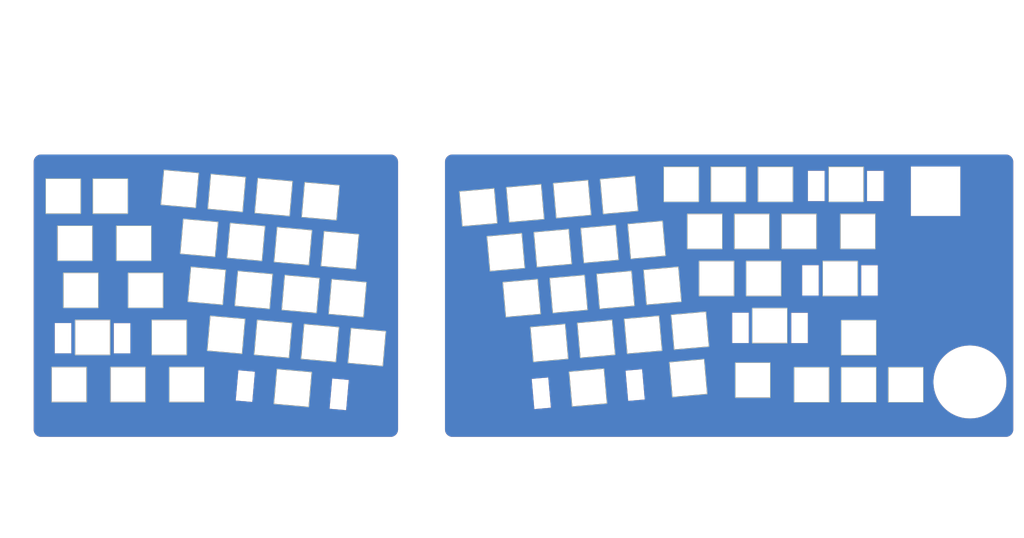
<source format=kicad_pcb>
(kicad_pcb (version 20221018) (generator pcbnew)
  (layers (0 "F.Cu" signal) (31 "B.Cu" signal) (34 "B.Paste" user) (35 "F.Paste" user) (36 "B.SilkS" user "B.Silkscreen") (37 "F.SilkS" user "F.Silkscreen") (38 "B.Mask" user) (39 "F.Mask" user) (44 "Edge.Cuts" user))
  (net 0 "")
  (footprint "Switch_Keyboard_Hotswap_Kailh:SW_Kailh_MX_top plate" (layer "F.Cu") (at 125.194845 145.652063 -5)
    (fp_text reference "K_F" hide)
    (fp_text value "KEYSW" hide)
    (fp_line (start -7.1 -7.1) (end -7.1 7.1) (stroke (width 0.12)) (layer "F.SilkS"))
    (fp_line (start -7.1 7.1) (end 7.1 7.1) (stroke (width 0.12)) (layer "F.SilkS"))
    (fp_line (start 7.1 -7.1) (end -7.1 -7.1) (stroke (width 0.12)) (layer "F.SilkS"))
    (fp_line (start 7.1 7.1) (end 7.1 -7.1) (stroke (width 0.12)) (layer "F.SilkS"))
    (fp_rect (start -6.97 -6.97) (end 6.98 6.98) (stroke (width 0.05)) (fill none) (layer "Edge.Cuts"))
  )
  (footprint "Switch_Keyboard_Hotswap_Kailh:3u stab top plate" (layer "F.Cu") (at 121.951232 183.759373 -5)
    (fp_text reference "REF**" hide)
    (fp_text value "3u stab top plate" hide)
    (fp_rect (start -22.49 -5.33) (end -15.76 6.95) (stroke (width 0.05)) (fill none) (layer "Edge.Cuts"))
    (fp_rect (start 15.61 -5.33) (end 22.34 6.95) (stroke (width 0.05)) (fill none) (layer "Edge.Cuts"))
  )
  (footprint "Switch_Keyboard_Hotswap_Kailh:SW_Kailh_MX_top plate" (layer "F.Cu") (at 350.907138 182.348547)
    (fp_text reference "K_DOWN" hide)
    (fp_text value "KEYSW" hide)
    (fp_line (start -7.1 -7.1) (end -7.1 7.1) (stroke (width 0.12)) (layer "F.SilkS"))
    (fp_line (start -7.1 7.1) (end 7.1 7.1) (stroke (width 0.12)) (layer "F.SilkS"))
    (fp_line (start 7.1 -7.1) (end -7.1 -7.1) (stroke (width 0.12)) (layer "F.SilkS"))
    (fp_line (start 7.1 7.1) (end 7.1 -7.1) (stroke (width 0.12)) (layer "F.SilkS"))
    (fp_rect (start -6.97 -6.97) (end 6.98 6.98) (stroke (width 0.05)) (fill none) (layer "Edge.Cuts"))
  )
  (footprint "Switch_Keyboard_Hotswap_Kailh:SW_Kailh_MX_top plate" (layer "F.Cu") (at 197.053022 110.586529 5)
    (fp_text reference "K_6" hide)
    (fp_text value "KEYSW" hide)
    (fp_line (start -7.1 -7.1) (end -7.1 7.1) (stroke (width 0.12)) (layer "F.SilkS"))
    (fp_line (start -7.1 7.1) (end 7.1 7.1) (stroke (width 0.12)) (layer "F.SilkS"))
    (fp_line (start 7.1 -7.1) (end -7.1 -7.1) (stroke (width 0.12)) (layer "F.SilkS"))
    (fp_line (start 7.1 7.1) (end 7.1 -7.1) (stroke (width 0.12)) (layer "F.SilkS"))
    (fp_rect (start -6.97 -6.97) (end 6.98 6.98) (stroke (width 0.05)) (fill none) (layer "Edge.Cuts"))
  )
  (footprint "Switch_Keyboard_Hotswap_Kailh:SW_Kailh_MX_top plate" (layer "F.Cu") (at 281.976515 179.647757 5)
    (fp_text reference "K_ALT1" hide)
    (fp_text value "KEYSW" hide)
    (fp_line (start -7.1 -7.1) (end -7.1 7.1) (stroke (width 0.12)) (layer "F.SilkS"))
    (fp_line (start -7.1 7.1) (end 7.1 7.1) (stroke (width 0.12)) (layer "F.SilkS"))
    (fp_line (start 7.1 -7.1) (end -7.1 -7.1) (stroke (width 0.12)) (layer "F.SilkS"))
    (fp_line (start 7.1 7.1) (end 7.1 -7.1) (stroke (width 0.12)) (layer "F.SilkS"))
    (fp_rect (start -6.97 -6.97) (end 6.98 6.98) (stroke (width 0.05)) (fill none) (layer "Edge.Cuts"))
  )
  (footprint "Switch_Keyboard_Hotswap_Kailh:SW_Kailh_MX_top plate" (layer "F.Cu") (at 350.907138 163.298547)
    (fp_text reference "K_UP" hide)
    (fp_text value "KEYSW" hide)
    (fp_line (start -7.1 -7.1) (end -7.1 7.1) (stroke (width 0.12)) (layer "F.SilkS"))
    (fp_line (start -7.1 7.1) (end 7.1 7.1) (stroke (width 0.12)) (layer "F.SilkS"))
    (fp_line (start 7.1 -7.1) (end -7.1 -7.1) (stroke (width 0.12)) (layer "F.SilkS"))
    (fp_line (start 7.1 7.1) (end 7.1 -7.1) (stroke (width 0.12)) (layer "F.SilkS"))
    (fp_rect (start -6.97 -6.97) (end 6.98 6.98) (stroke (width 0.05)) (fill none) (layer "Edge.Cuts"))
  )
  (footprint "Switch_Keyboard_Hotswap_Kailh:3u stab top plate" (layer "F.Cu") (at 241.513537 183.322759 5)
    (fp_text reference "REF**" hide)
    (fp_text value "3u stab top plate" hide)
    (fp_rect (start -22.49 -5.33) (end -15.76 6.95) (stroke (width 0.05)) (fill none) (layer "Edge.Cuts"))
    (fp_rect (start 15.61 -5.33) (end 22.34 6.95) (stroke (width 0.05)) (fill none) (layer "Edge.Cuts"))
  )
  (footprint "Switch_Keyboard_Hotswap_Kailh:SW_Kailh_MX_top plate" (layer "F.Cu") (at 312.46554 139.37691)
    (fp_text reference "K_QUOTE" hide)
    (fp_text value "KEYSW" hide)
    (fp_line (start -7.1 -7.1) (end -7.1 7.1) (stroke (width 0.12)) (layer "F.SilkS"))
    (fp_line (start -7.1 7.1) (end 7.1 7.1) (stroke (width 0.12)) (layer "F.SilkS"))
    (fp_line (start 7.1 -7.1) (end -7.1 -7.1) (stroke (width 0.12)) (layer "F.SilkS"))
    (fp_line (start 7.1 7.1) (end 7.1 -7.1) (stroke (width 0.12)) (layer "F.SilkS"))
    (fp_rect (start -6.97 -6.97) (end 6.98 6.98) (stroke (width 0.05)) (fill none) (layer "Edge.Cuts"))
  )
  (footprint "Switch_Keyboard_Hotswap_Kailh:SW_Kailh_MX_top plate" (layer "F.Cu") (at 152.000791 167.120047 -5)
    (fp_text reference "K_B" hide)
    (fp_text value "KEYSW" hide)
    (fp_line (start -7.1 -7.1) (end -7.1 7.1) (stroke (width 0.12)) (layer "F.SilkS"))
    (fp_line (start -7.1 7.1) (end 7.1 7.1) (stroke (width 0.12)) (layer "F.SilkS"))
    (fp_line (start 7.1 -7.1) (end -7.1 -7.1) (stroke (width 0.12)) (layer "F.SilkS"))
    (fp_line (start 7.1 7.1) (end 7.1 -7.1) (stroke (width 0.12)) (layer "F.SilkS"))
    (fp_rect (start -6.97 -6.97) (end 6.98 6.98) (stroke (width 0.05)) (fill none) (layer "Edge.Cuts"))
  )
  (footprint "Switch_Keyboard_Hotswap_Kailh:SW_Kailh_MX_top plate" (layer "F.Cu") (at 233.584297 145.635991 5)
    (fp_text reference "K_J" hide)
    (fp_text value "KEYSW" hide)
    (fp_line (start -7.1 -7.1) (end -7.1 7.1) (stroke (width 0.12)) (layer "F.SilkS"))
    (fp_line (start -7.1 7.1) (end 7.1 7.1) (stroke (width 0.12)) (layer "F.SilkS"))
    (fp_line (start 7.1 -7.1) (end -7.1 -7.1) (stroke (width 0.12)) (layer "F.SilkS"))
    (fp_line (start 7.1 7.1) (end 7.1 -7.1) (stroke (width 0.12)) (layer "F.SilkS"))
    (fp_rect (start -6.97 -6.97) (end 6.98 6.98) (stroke (width 0.05)) (fill none) (layer "Edge.Cuts"))
  )
  (footprint "Switch_Keyboard_Hotswap_Kailh:SW_Kailh_MX_top plate" (layer "F.Cu") (at 308.064728 180.45817)
    (fp_text reference "K_LEFT" hide)
    (fp_text value "KEYSW" hide)
    (fp_line (start -7.1 -7.1) (end -7.1 7.1) (stroke (width 0.12)) (layer "F.SilkS"))
    (fp_line (start -7.1 7.1) (end 7.1 7.1) (stroke (width 0.12)) (layer "F.SilkS"))
    (fp_line (start 7.1 -7.1) (end -7.1 -7.1) (stroke (width 0.12)) (layer "F.SilkS"))
    (fp_line (start 7.1 7.1) (end 7.1 -7.1) (stroke (width 0.12)) (layer "F.SilkS"))
    (fp_rect (start -6.97 -6.97) (end 6.98 6.98) (stroke (width 0.05)) (fill none) (layer "Edge.Cuts"))
  )
  (footprint "Switch_Keyboard_Hotswap_Kailh:SW_Kailh_MX_top plate" (layer "F.Cu") (at 133.259857 108.112124 -5)
    (fp_text reference "K_5" hide)
    (fp_text value "KEYSW" hide)
    (fp_line (start -7.1 -7.1) (end -7.1 7.1) (stroke (width 0.12)) (layer "F.SilkS"))
    (fp_line (start -7.1 7.1) (end 7.1 7.1) (stroke (width 0.12)) (layer "F.SilkS"))
    (fp_line (start 7.1 -7.1) (end -7.1 -7.1) (stroke (width 0.12)) (layer "F.SilkS"))
    (fp_line (start 7.1 7.1) (end 7.1 -7.1) (stroke (width 0.12)) (layer "F.SilkS"))
    (fp_rect (start -6.97 -6.97) (end 6.98 6.98) (stroke (width 0.05)) (fill none) (layer "Edge.Cuts"))
  )
  (footprint "Switch_Keyboard_Hotswap_Kailh:SW_Kailh_MX_top plate" (layer "F.Cu") (at 106.217336 143.991746 -5)
    (fp_text reference "K_D" hide)
    (fp_text value "KEYSW" hide)
    (fp_line (start -7.1 -7.1) (end -7.1 7.1) (stroke (width 0.12)) (layer "F.SilkS"))
    (fp_line (start -7.1 7.1) (end 7.1 7.1) (stroke (width 0.12)) (layer "F.SilkS"))
    (fp_line (start 7.1 -7.1) (end -7.1 -7.1) (stroke (width 0.12)) (layer "F.SilkS"))
    (fp_line (start 7.1 7.1) (end 7.1 -7.1) (stroke (width 0.12)) (layer "F.SilkS"))
    (fp_rect (start -6.97 -6.97) (end 6.98 6.98) (stroke (width 0.05)) (fill none) (layer "Edge.Cuts"))
  )
  (footprint "Switch_Keyboard_Hotswap_Kailh:SW_Kailh_MX_top plate" (layer "F.Cu") (at 271.539315 142.315358 5)
    (fp_text reference "K_L" hide)
    (fp_text value "KEYSW" hide)
    (fp_line (start -7.1 -7.1) (end -7.1 7.1) (stroke (width 0.12)) (layer "F.SilkS"))
    (fp_line (start -7.1 7.1) (end 7.1 7.1) (stroke (width 0.12)) (layer "F.SilkS"))
    (fp_line (start 7.1 -7.1) (end -7.1 -7.1) (stroke (width 0.12)) (layer "F.SilkS"))
    (fp_line (start 7.1 7.1) (end 7.1 -7.1) (stroke (width 0.12)) (layer "F.SilkS"))
    (fp_rect (start -6.97 -6.97) (end 6.98 6.98) (stroke (width 0.05)) (fill none) (layer "Edge.Cuts"))
  )
  (footprint "Switch_Keyboard_Hotswap_Kailh:SW_Kailh_MX_top plate" (layer "F.Cu") (at 103.133275 124.599157 -5)
    (fp_text reference "K_E" hide)
    (fp_text value "KEYSW" hide)
    (fp_line (start -7.1 -7.1) (end -7.1 7.1) (stroke (width 0.12)) (layer "F.SilkS"))
    (fp_line (start -7.1 7.1) (end 7.1 7.1) (stroke (width 0.12)) (layer "F.SilkS"))
    (fp_line (start 7.1 -7.1) (end -7.1 -7.1) (stroke (width 0.12)) (layer "F.SilkS"))
    (fp_line (start 7.1 7.1) (end 7.1 -7.1) (stroke (width 0.12)) (layer "F.SilkS"))
    (fp_rect (start -6.97 -6.97) (end 6.98 6.98) (stroke (width 0.05)) (fill none) (layer "Edge.Cuts"))
  )
  (footprint "Switch_Keyboard_Hotswap_Kailh:SW_Kailh_MX_top plate" (layer "F.Cu") (at 298.17804 101.27691)
    (fp_text reference "K_MINUS" hide)
    (fp_text value "KEYSW" hide)
    (fp_line (start -7.1 -7.1) (end -7.1 7.1) (stroke (width 0.12)) (layer "F.SilkS"))
    (fp_line (start -7.1 7.1) (end 7.1 7.1) (stroke (width 0.12)) (layer "F.SilkS"))
    (fp_line (start 7.1 -7.1) (end -7.1 -7.1) (stroke (width 0.12)) (layer "F.SilkS"))
    (fp_line (start 7.1 7.1) (end 7.1 -7.1) (stroke (width 0.12)) (layer "F.SilkS"))
    (fp_rect (start -6.97 -6.97) (end 6.98 6.98) (stroke (width 0.05)) (fill none) (layer "Edge.Cuts"))
  )
  (footprint "Switch_Keyboard_Hotswap_Kailh:SW_Kailh_MX_top plate" (layer "F.Cu") (at 279.12804 101.27691)
    (fp_text reference "K_0" hide)
    (fp_text value "KEYSW" hide)
    (fp_line (start -7.1 -7.1) (end -7.1 7.1) (stroke (width 0.12)) (layer "F.SilkS"))
    (fp_line (start -7.1 7.1) (end 7.1 7.1) (stroke (width 0.12)) (layer "F.SilkS"))
    (fp_line (start 7.1 -7.1) (end -7.1 -7.1) (stroke (width 0.12)) (layer "F.SilkS"))
    (fp_line (start 7.1 7.1) (end 7.1 -7.1) (stroke (width 0.12)) (layer "F.SilkS"))
    (fp_rect (start -6.97 -6.97) (end 6.98 6.98) (stroke (width 0.05)) (fill none) (layer "Edge.Cuts"))
  )
  (footprint "Switch_Keyboard_Hotswap_Kailh:SW_Kailh_MX_top plate" (layer "F.Cu") (at 33.926785 125.110194)
    (fp_text reference "K_TAB" hide)
    (fp_text value "KEYSW" hide)
    (fp_line (start -7.1 -7.1) (end -7.1 7.1) (stroke (width 0.12)) (layer "F.SilkS"))
    (fp_line (start -7.1 7.1) (end 7.1 7.1) (stroke (width 0.12)) (layer "F.SilkS"))
    (fp_line (start 7.1 -7.1) (end -7.1 -7.1) (stroke (width 0.12)) (layer "F.SilkS"))
    (fp_line (start 7.1 7.1) (end 7.1 -7.1) (stroke (width 0.12)) (layer "F.SilkS"))
    (fp_rect (start -6.97 -6.97) (end 6.98 6.98) (stroke (width 0.05)) (fill none) (layer "Edge.Cuts"))
  )
  (footprint "Switch_Keyboard_Hotswap_Kailh:SW_Kailh_MX_top plate" (layer "F.Cu") (at 95.068265 162.139096 -5)
    (fp_text reference "K_X" hide)
    (fp_text value "KEYSW" hide)
    (fp_line (start -7.1 -7.1) (end -7.1 7.1) (stroke (width 0.12)) (layer "F.SilkS"))
    (fp_line (start -7.1 7.1) (end 7.1 7.1) (stroke (width 0.12)) (layer "F.SilkS"))
    (fp_line (start 7.1 -7.1) (end -7.1 -7.1) (stroke (width 0.12)) (layer "F.SilkS"))
    (fp_line (start 7.1 7.1) (end 7.1 -7.1) (stroke (width 0.12)) (layer "F.SilkS"))
    (fp_rect (start -6.97 -6.97) (end 6.98 6.98) (stroke (width 0.05)) (fill none) (layer "Edge.Cuts"))
  )
  (footprint "Switch_Keyboard_Hotswap_Kailh:SW_Kailh_MX_top plate" (layer "F.Cu") (at 72.026785 163.210194)
    (fp_text reference "K_Z" hide)
    (fp_text value "KEYSW" hide)
    (fp_line (start -7.1 -7.1) (end -7.1 7.1) (stroke (width 0.12)) (layer "F.SilkS"))
    (fp_line (start -7.1 7.1) (end 7.1 7.1) (stroke (width 0.12)) (layer "F.SilkS"))
    (fp_line (start 7.1 -7.1) (end -7.1 -7.1) (stroke (width 0.12)) (layer "F.SilkS"))
    (fp_line (start 7.1 7.1) (end 7.1 -7.1) (stroke (width 0.12)) (layer "F.SilkS"))
    (fp_rect (start -6.97 -6.97) (end 6.98 6.98) (stroke (width 0.05)) (fill none) (layer "Edge.Cuts"))
  )
  (footprint "Switch_Keyboard_Hotswap_Kailh:SW_Kailh_MX_top plate" (layer "F.Cu") (at 122.035969 183.651347 -5)
    (fp_text reference "REF**" hide)
    (fp_text value "SW_Kailh_MX_top_plate" hide)
    (fp_line (start -7.1 -7.1) (end -7.1 7.1) (stroke (width 0.12)) (layer "F.SilkS"))
    (fp_line (start -7.1 7.1) (end 7.1 7.1) (stroke (width 0.12)) (layer "F.SilkS"))
    (fp_line (start 7.1 -7.1) (end -7.1 -7.1) (stroke (width 0.12)) (layer "F.SilkS"))
    (fp_line (start 7.1 7.1) (end 7.1 -7.1) (stroke (width 0.12)) (layer "F.SilkS"))
    (fp_rect (start -6.97 -6.97) (end 6.98 6.98) (stroke (width 0.05)) (fill none) (layer "Edge.Cuts"))
  )
  (footprint "Switch_Keyboard_Hotswap_Kailh:SW_Kailh_MX_top plate" (layer "F.Cu") (at 55.358035 182.260194)
    (fp_text reference "K_WIN" hide)
    (fp_text value "KEYSW" hide)
    (fp_line (start -7.1 -7.1) (end -7.1 7.1) (stroke (width 0.12)) (layer "F.SilkS"))
    (fp_line (start -7.1 7.1) (end 7.1 7.1) (stroke (width 0.12)) (layer "F.SilkS"))
    (fp_line (start 7.1 -7.1) (end -7.1 -7.1) (stroke (width 0.12)) (layer "F.SilkS"))
    (fp_line (start 7.1 7.1) (end 7.1 -7.1) (stroke (width 0.12)) (layer "F.SilkS"))
    (fp_rect (start -6.97 -6.97) (end 6.98 6.98) (stroke (width 0.05)) (fill none) (layer "Edge.Cuts"))
  )
  (footprint "Switch_Keyboard_Hotswap_Kailh:SW_Kailh_MX_top plate" (layer "F.Cu") (at 263.710878 162.123026 5)
    (fp_text reference "K_COMMA" hide)
    (fp_text value "KEYSW" hide)
    (fp_line (start -7.1 -7.1) (end -7.1 7.1) (stroke (width 0.12)) (layer "F.SilkS"))
    (fp_line (start -7.1 7.1) (end 7.1 7.1) (stroke (width 0.12)) (layer "F.SilkS"))
    (fp_line (start 7.1 -7.1) (end -7.1 -7.1) (stroke (width 0.12)) (layer "F.SilkS"))
    (fp_line (start 7.1 7.1) (end 7.1 -7.1) (stroke (width 0.12)) (layer "F.SilkS"))
    (fp_rect (start -6.97 -6.97) (end 6.98 6.98) (stroke (width 0.05)) (fill none) (layer "Edge.Cuts"))
  )
  (footprint "Switch_Keyboard_Hotswap_Kailh:SW_Kailh_MX_top plate" (layer "F.Cu") (at 31.545535 182.260194)
    (fp_text reference "K_CTRL" hide)
    (fp_text value "KEYSW" hide)
    (fp_line (start -7.1 -7.1) (end -7.1 7.1) (stroke (width 0.12)) (layer "F.SilkS"))
    (fp_line (start -7.1 7.1) (end 7.1 7.1) (stroke (width 0.12)) (layer "F.SilkS"))
    (fp_line (start 7.1 -7.1) (end -7.1 -7.1) (stroke (width 0.12)) (layer "F.SilkS"))
    (fp_line (start 7.1 7.1) (end 7.1 -7.1) (stroke (width 0.12)) (layer "F.SilkS"))
    (fp_rect (start -6.97 -6.97) (end 6.98 6.98) (stroke (width 0.05)) (fill none) (layer "Edge.Cuts"))
  )
  (footprint "Switch_Keyboard_Hotswap_Kailh:SW_Kailh_MX_top plate" (layer "F.Cu") (at 293.41554 139.37691)
    (fp_text reference "K_SEMIC" hide)
    (fp_text value "KEYSW" hide)
    (fp_line (start -7.1 -7.1) (end -7.1 7.1) (stroke (width 0.12)) (layer "F.SilkS"))
    (fp_line (start -7.1 7.1) (end 7.1 7.1) (stroke (width 0.12)) (layer "F.SilkS"))
    (fp_line (start 7.1 -7.1) (end -7.1 -7.1) (stroke (width 0.12)) (layer "F.SilkS"))
    (fp_line (start 7.1 7.1) (end 7.1 -7.1) (stroke (width 0.12)) (layer "F.SilkS"))
    (fp_rect (start -6.97 -6.97) (end 6.98 6.98) (stroke (width 0.05)) (fill none) (layer "Edge.Cuts"))
  )
  (footprint "Switch_Keyboard_Hotswap_Kailh:SW_Kailh_MX_top plate" (layer "F.Cu") (at 84.155767 122.938841 -5)
    (fp_text reference "K_W" hide)
    (fp_text value "KEYSW" hide)
    (fp_line (start -7.1 -7.1) (end -7.1 7.1) (stroke (width 0.12)) (layer "F.SilkS"))
    (fp_line (start -7.1 7.1) (end 7.1 7.1) (stroke (width 0.12)) (layer "F.SilkS"))
    (fp_line (start 7.1 -7.1) (end -7.1 -7.1) (stroke (width 0.12)) (layer "F.SilkS"))
    (fp_line (start 7.1 7.1) (end 7.1 -7.1) (stroke (width 0.12)) (layer "F.SilkS"))
    (fp_rect (start -6.97 -6.97) (end 6.98 6.98) (stroke (width 0.05)) (fill none) (layer "Edge.Cuts"))
  )
  (footprint "Switch_Keyboard_Hotswap_Kailh:SW_Kailh_MX_top plate" (layer "F.Cu") (at 331.857138 182.348547)
    (fp_text reference "K_LEFT" hide)
    (fp_text value "KEYSW" hide)
    (fp_line (start -7.1 -7.1) (end -7.1 7.1) (stroke (width 0.12)) (layer "F.SilkS"))
    (fp_line (start -7.1 7.1) (end 7.1 7.1) (stroke (width 0.12)) (layer "F.SilkS"))
    (fp_line (start 7.1 -7.1) (end -7.1 -7.1) (stroke (width 0.12)) (layer "F.SilkS"))
    (fp_line (start 7.1 7.1) (end 7.1 -7.1) (stroke (width 0.12)) (layer "F.SilkS"))
    (fp_rect (start -6.97 -6.97) (end 6.98 6.98) (stroke (width 0.05)) (fill none) (layer "Edge.Cuts"))
  )
  (footprint "Switch_Keyboard_Hotswap_Kailh:SW_Kailh_MX_top plate" (layer "F.Cu") (at 241.429435 183.477357 5)
    (fp_text reference "REF**" hide)
    (fp_text value "SW_Kailh_MX_top_plate" hide)
    (fp_line (start -7.1 -7.1) (end -7.1 7.1) (stroke (width 0.12)) (layer "F.SilkS"))
    (fp_line (start -7.1 7.1) (end 7.1 7.1) (stroke (width 0.12)) (layer "F.SilkS"))
    (fp_line (start 7.1 -7.1) (end -7.1 -7.1) (stroke (width 0.12)) (layer "F.SilkS"))
    (fp_line (start 7.1 7.1) (end 7.1 -7.1) (stroke (width 0.12)) (layer "F.SilkS"))
    (fp_rect (start -6.97 -6.97) (end 6.98 6.98) (stroke (width 0.05)) (fill none) (layer "Edge.Cuts"))
  )
  (footprint "Switch_Keyboard_Hotswap_Kailh:SW_Kailh_MX_top plate" (layer "F.Cu") (at 114.282348 106.451807 -5)
    (fp_text reference "K_4" hide)
    (fp_text value "KEYSW" hide)
    (fp_line (start -7.1 -7.1) (end -7.1 7.1) (stroke (width 0.12)) (layer "F.SilkS"))
    (fp_line (start -7.1 7.1) (end 7.1 7.1) (stroke (width 0.12)) (layer "F.SilkS"))
    (fp_line (start 7.1 -7.1) (end -7.1 -7.1) (stroke (width 0.12)) (layer "F.SilkS"))
    (fp_line (start 7.1 7.1) (end 7.1 -7.1) (stroke (width 0.12)) (layer "F.SilkS"))
    (fp_rect (start -6.97 -6.97) (end 6.98 6.98) (stroke (width 0.05)) (fill none) (layer "Edge.Cuts"))
  )
  (footprint "Switch_Keyboard_Hotswap_Kailh:top plate stab" (layer "F.Cu") (at 41.043785 162.905194)
    (fp_text reference "REF**" hide)
    (fp_text value "top plate stab" hide)
    (fp_rect (start -15.3 -5.52) (end -8.58 6.76) (stroke (width 0.05)) (fill none) (layer "Edge.Cuts"))
    (fp_rect (start 8.59 -5.49) (end 15.31 6.77) (stroke (width 0.05)) (fill none) (layer "Edge.Cuts"))
  )
  (footprint "Switch_Keyboard_Hotswap_Kailh:SW_Kailh_MX_top plate" (layer "F.Cu") (at 317.22804 101.27691)
    (fp_text reference "K_EQUAL" hide)
    (fp_text value "KEYSW" hide)
    (fp_line (start -7.1 -7.1) (end -7.1 7.1) (stroke (width 0.12)) (layer "F.SilkS"))
    (fp_line (start -7.1 7.1) (end 7.1 7.1) (stroke (width 0.12)) (layer "F.SilkS"))
    (fp_line (start 7.1 -7.1) (end -7.1 -7.1) (stroke (width 0.12)) (layer "F.SilkS"))
    (fp_line (start 7.1 7.1) (end 7.1 -7.1) (stroke (width 0.12)) (layer "F.SilkS"))
    (fp_rect (start -6.97 -6.97) (end 6.98 6.98) (stroke (width 0.05)) (fill none) (layer "Edge.Cuts"))
  )
  (footprint "Switch_Keyboard_Hotswap_Kailh:top plate stab" (layer "F.Cu") (at 345.67554 101.31691)
    (fp_text reference "REF**" hide)
    (fp_text value "top plate stab" hide)
    (fp_rect (start -15.3 -5.52) (end -8.58 6.76) (stroke (width 0.05)) (fill none) (layer "Edge.Cuts"))
    (fp_rect (start 8.59 -5.49) (end 15.31 6.77) (stroke (width 0.05)) (fill none) (layer "Edge.Cuts"))
  )
  (footprint "Switch_Keyboard_Hotswap_Kailh:SW_Kailh_MX_top plate" (layer "F.Cu") (at 114.045774 163.799413 -5)
    (fp_text reference "K_C" hide)
    (fp_text value "KEYSW" hide)
    (fp_line (start -7.1 -7.1) (end -7.1 7.1) (stroke (width 0.12)) (layer "F.SilkS"))
    (fp_line (start -7.1 7.1) (end 7.1 7.1) (stroke (width 0.12)) (layer "F.SilkS"))
    (fp_line (start 7.1 -7.1) (end -7.1 -7.1) (stroke (width 0.12)) (layer "F.SilkS"))
    (fp_line (start 7.1 7.1) (end 7.1 -7.1) (stroke (width 0.12)) (layer "F.SilkS"))
    (fp_rect (start -6.97 -6.97) (end 6.98 6.98) (stroke (width 0.05)) (fill none) (layer "Edge.Cuts"))
  )
  (footprint "Switch_Keyboard_Hotswap_Kailh:SW_Kailh_MX_top plate" (layer "F.Cu") (at 235.008041 107.265895 5)
    (fp_text reference "K_8" hide)
    (fp_text value "KEYSW" hide)
    (fp_line (start -7.1 -7.1) (end -7.1 7.1) (stroke (width 0.12)) (layer "F.SilkS"))
    (fp_line (start -7.1 7.1) (end 7.1 7.1) (stroke (width 0.12)) (layer "F.SilkS"))
    (fp_line (start 7.1 -7.1) (end -7.1 -7.1) (stroke (width 0.12)) (layer "F.SilkS"))
    (fp_line (start 7.1 7.1) (end 7.1 -7.1) (stroke (width 0.12)) (layer "F.SilkS"))
    (fp_rect (start -6.97 -6.97) (end 6.98 6.98) (stroke (width 0.05)) (fill none) (layer "Edge.Cuts"))
  )
  (footprint "Switch_Keyboard_Hotswap_Kailh:SW_Kailh_MX_top plate" (layer "F.Cu") (at 345.80304 101.27691)
    (fp_text reference "K_BACKSPACE" hide)
    (fp_text value "KEYSW" hide)
    (fp_line (start -7.1 -7.1) (end -7.1 7.1) (stroke (width 0.12)) (layer "F.SilkS"))
    (fp_line (start -7.1 7.1) (end 7.1 7.1) (stroke (width 0.12)) (layer "F.SilkS"))
    (fp_line (start 7.1 -7.1) (end -7.1 -7.1) (stroke (width 0.12)) (layer "F.SilkS"))
    (fp_line (start 7.1 7.1) (end 7.1 -7.1) (stroke (width 0.12)) (layer "F.SilkS"))
    (fp_rect (start -6.97 -6.97) (end 6.98 6.98) (stroke (width 0.05)) (fill none) (layer "Edge.Cuts"))
  )
  (footprint "Switch_Keyboard_Hotswap_Kailh:SW_Kailh_MX_top plate" (layer "F.Cu") (at 244.733368 163.783343 5)
    (fp_text reference "K_M" hide)
    (fp_text value "KEYSW" hide)
    (fp_line (start -7.1 -7.1) (end -7.1 7.1) (stroke (width 0.12)) (layer "F.SilkS"))
    (fp_line (start -7.1 7.1) (end 7.1 7.1) (stroke (width 0.12)) (layer "F.SilkS"))
    (fp_line (start 7.1 -7.1) (end -7.1 -7.1) (stroke (width 0.12)) (layer "F.SilkS"))
    (fp_line (start 7.1 7.1) (end 7.1 -7.1) (stroke (width 0.12)) (layer "F.SilkS"))
    (fp_rect (start -6.97 -6.97) (end 6.98 6.98) (stroke (width 0.05)) (fill none) (layer "Edge.Cuts"))
  )
  (footprint "Switch_Keyboard_Hotswap_Kailh:SW_Kailh_MX_top plate" (layer "F.Cu") (at 282.688387 160.462709 5)
    (fp_text reference "K_DOT" hide)
    (fp_text value "KEYSW" hide)
    (fp_line (start -7.1 -7.1) (end -7.1 7.1) (stroke (width 0.12)) (layer "F.SilkS"))
    (fp_line (start -7.1 7.1) (end 7.1 7.1) (stroke (width 0.12)) (layer "F.SilkS"))
    (fp_line (start 7.1 -7.1) (end -7.1 -7.1) (stroke (width 0.12)) (layer "F.SilkS"))
    (fp_line (start 7.1 7.1) (end 7.1 -7.1) (stroke (width 0.12)) (layer "F.SilkS"))
    (fp_rect (start -6.97 -6.97) (end 6.98 6.98) (stroke (width 0.05)) (fill none) (layer "Edge.Cuts"))
  )
  (footprint "Switch_Keyboard_Hotswap_Kailh:SW_Kailh_MX_top plate" (layer "F.Cu") (at 350.56554 120.32691)
    (fp_text reference "K_BSLSH" hide)
    (fp_text value "KEYSW" hide)
    (fp_line (start -7.1 -7.1) (end -7.1 7.1) (stroke (width 0.12)) (layer "F.SilkS"))
    (fp_line (start -7.1 7.1) (end 7.1 7.1) (stroke (width 0.12)) (layer "F.SilkS"))
    (fp_line (start 7.1 -7.1) (end -7.1 -7.1) (stroke (width 0.12)) (layer "F.SilkS"))
    (fp_line (start 7.1 7.1) (end 7.1 -7.1) (stroke (width 0.12)) (layer "F.SilkS"))
    (fp_rect (start -6.97 -6.97) (end 6.98 6.98) (stroke (width 0.05)) (fill none) (layer "Edge.Cuts"))
  )
  (footprint "Switch_Keyboard_Hotswap_Kailh:SW_Kailh_MX_top plate" (layer "F.Cu") (at 307.70304 120.32691)
    (fp_text reference "K_CBRAC" hide)
    (fp_text value "KEYSW" hide)
    (fp_line (start -7.1 -7.1) (end -7.1 7.1) (stroke (width 0.12)) (layer "F.SilkS"))
    (fp_line (start -7.1 7.1) (end 7.1 7.1) (stroke (width 0.12)) (layer "F.SilkS"))
    (fp_line (start 7.1 -7.1) (end -7.1 -7.1) (stroke (width 0.12)) (layer "F.SilkS"))
    (fp_line (start 7.1 7.1) (end 7.1 -7.1) (stroke (width 0.12)) (layer "F.SilkS"))
    (fp_rect (start -6.97 -6.97) (end 6.98 6.98) (stroke (width 0.05)) (fill none) (layer "Edge.Cuts"))
  )
  (footprint "Switch_Keyboard_Hotswap_Kailh:top plate stab" (layer "F.Cu") (at 343.32754 139.51191)
    (fp_text reference "REF**" hide)
    (fp_text value "top plate stab" hide)
    (fp_rect (start -15.3 -5.52) (end -8.58 6.76) (stroke (width 0.05)) (fill none) (layer "Edge.Cuts"))
    (fp_rect (start 8.59 -5.49) (end 15.31 6.77) (stroke (width 0.05)) (fill none) (layer "Edge.Cuts"))
  )
  (footprint "Switch_Keyboard_Hotswap_Kailh:SW_Kailh_MX_top plate" (layer "F.Cu") (at 208.202094 128.733879 5)
    (fp_text reference "K_Y" hide)
    (fp_text value "KEYSW" hide)
    (fp_line (start -7.1 -7.1) (end -7.1 7.1) (stroke (width 0.12)) (layer "F.SilkS"))
    (fp_line (start -7.1 7.1) (end 7.1 7.1) (stroke (width 0.12)) (layer "F.SilkS"))
    (fp_line (start 7.1 -7.1) (end -7.1 -7.1) (stroke (width 0.12)) (layer "F.SilkS"))
    (fp_line (start 7.1 7.1) (end 7.1 -7.1) (stroke (width 0.12)) (layer "F.SilkS"))
    (fp_rect (start -6.97 -6.97) (end 6.98 6.98) (stroke (width 0.05)) (fill none) (layer "Edge.Cuts"))
  )
  (footprint "Switch_Keyboard_Hotswap_Kailh:SW_Kailh_MX_top plate" (layer "F.Cu") (at 288.65304 120.32691)
    (fp_text reference "K_P" hide)
    (fp_text value "KEYSW" hide)
    (fp_line (start -7.1 -7.1) (end -7.1 7.1) (stroke (width 0.12)) (layer "F.SilkS"))
    (fp_line (start -7.1 7.1) (end 7.1 7.1) (stroke (width 0.12)) (layer "F.SilkS"))
    (fp_line (start 7.1 -7.1) (end -7.1 -7.1) (stroke (width 0.12)) (layer "F.SilkS"))
    (fp_line (start 7.1 7.1) (end 7.1 -7.1) (stroke (width 0.12)) (layer "F.SilkS"))
    (fp_rect (start -6.97 -6.97) (end 6.98 6.98) (stroke (width 0.05)) (fill none) (layer "Edge.Cuts"))
  )
  (footprint "Switch_Keyboard_Hotswap_Kailh:SW_Kailh_MX_top plate" (layer "F.Cu") (at 144.172354 147.312379 -5)
    (fp_text reference "K_G" hide)
    (fp_text value "KEYSW" hide)
    (fp_line (start -7.1 -7.1) (end -7.1 7.1) (stroke (width 0.12)) (layer "F.SilkS"))
    (fp_line (start -7.1 7.1) (end 7.1 7.1) (stroke (width 0.12)) (layer "F.SilkS"))
    (fp_line (start 7.1 -7.1) (end -7.1 -7.1) (stroke (width 0.12)) (layer "F.SilkS"))
    (fp_line (start 7.1 7.1) (end 7.1 -7.1) (stroke (width 0.12)) (layer "F.SilkS"))
    (fp_rect (start -6.97 -6.97) (end 6.98 6.98) (stroke (width 0.05)) (fill none) (layer "Edge.Cuts"))
  )
  (footprint "Switch_Keyboard_Hotswap_Kailh:SW_Kailh_MX_top plate" (layer "F.Cu") (at 133.023282 165.45973 -5)
    (fp_text reference "K_V" hide)
    (fp_text value "KEYSW" hide)
    (fp_line (start -7.1 -7.1) (end -7.1 7.1) (stroke (width 0.12)) (layer "F.SilkS"))
    (fp_line (start -7.1 7.1) (end 7.1 7.1) (stroke (width 0.12)) (layer "F.SilkS"))
    (fp_line (start 7.1 -7.1) (end -7.1 -7.1) (stroke (width 0.12)) (layer "F.SilkS"))
    (fp_line (start 7.1 7.1) (end 7.1 -7.1) (stroke (width 0.12)) (layer "F.SilkS"))
    (fp_rect (start -6.97 -6.97) (end 6.98 6.98) (stroke (width 0.05)) (fill none) (layer "Edge.Cuts"))
  )
  (footprint "Switch_Keyboard_Hotswap_Kailh:SW_Kailh_MX_top plate" (layer "F.Cu") (at 141.088294 127.919791 -5)
    (fp_text reference "K_T" hide)
    (fp_text value "KEYSW" hide)
    (fp_line (start -7.1 -7.1) (end -7.1 7.1) (stroke (width 0.12)) (layer "F.SilkS"))
    (fp_line (start -7.1 7.1) (end 7.1 7.1) (stroke (width 0.12)) (layer "F.SilkS"))
    (fp_line (start 7.1 -7.1) (end -7.1 -7.1) (stroke (width 0.12)) (layer "F.SilkS"))
    (fp_line (start 7.1 7.1) (end 7.1 -7.1) (stroke (width 0.12)) (layer "F.SilkS"))
    (fp_rect (start -6.97 -6.97) (end 6.98 6.98) (stroke (width 0.05)) (fill none) (layer "Edge.Cuts"))
  )
  (footprint "Switch_Keyboard_Hotswap_Kailh:top plate stab" (layer "F.Cu") (at 315.03754 158.71191)
    (fp_text reference "REF**" hide)
    (fp_text value "top plate stab" hide)
    (fp_rect (start -15.3 -5.52) (end -8.58 6.76) (stroke (width 0.05)) (fill none) (layer "Edge.Cuts"))
    (fp_rect (start 8.59 -5.49) (end 15.31 6.77) (stroke (width 0.05)) (fill none) (layer "Edge.Cuts"))
  )
  (footprint "Switch_Keyboard_Hotswap_Kailh:SW_Kailh_MX_top plate" (layer "F.Cu") (at 41.070535 163.210194)
    (fp_text reference "K_SHIFT" hide)
    (fp_text value "KEYSW" hide)
    (fp_line (start -7.1 -7.1) (end -7.1 7.1) (stroke (width 0.12)) (layer "F.SilkS"))
    (fp_line (start -7.1 7.1) (end 7.1 7.1) (stroke (width 0.12)) (layer "F.SilkS"))
    (fp_line (start 7.1 -7.1) (end -7.1 -7.1) (stroke (width 0.12)) (layer "F.SilkS"))
    (fp_line (start 7.1 7.1) (end 7.1 -7.1) (stroke (width 0.12)) (layer "F.SilkS"))
    (fp_rect (start -6.97 -6.97) (end 6.98 6.98) (stroke (width 0.05)) (fill none) (layer "Edge.Cuts"))
  )
  (footprint "Switch_Keyboard_Hotswap_Kailh:SW_Kailh_MX_top plate" (layer "F.Cu") (at 214.606787 147.296309 5)
    (fp_text reference "K_H" hide)
    (fp_text value "KEYSW" hide)
    (fp_line (start -7.1 -7.1) (end -7.1 7.1) (stroke (width 0.12)) (layer "F.SilkS"))
    (fp_line (start -7.1 7.1) (end 7.1 7.1) (stroke (width 0.12)) (layer "F.SilkS"))
    (fp_line (start 7.1 -7.1) (end -7.1 -7.1) (stroke (width 0.12)) (layer "F.SilkS"))
    (fp_line (start 7.1 7.1) (end 7.1 -7.1) (stroke (width 0.12)) (layer "F.SilkS"))
    (fp_rect (start -6.97 -6.97) (end 6.98 6.98) (stroke (width 0.05)) (fill none) (layer "Edge.Cuts"))
  )
  (footprint "Switch_Keyboard_Hotswap_Kailh:SW_Kailh_MX_top plate" (layer "F.Cu") (at 253.98555 105.605578 5)
    (fp_text reference "K_9" hide)
    (fp_text value "KEYSW" hide)
    (fp_line (start -7.1 -7.1) (end -7.1 7.1) (stroke (width 0.12)) (layer "F.SilkS"))
    (fp_line (start -7.1 7.1) (end 7.1 7.1) (stroke (width 0.12)) (layer "F.SilkS"))
    (fp_line (start 7.1 -7.1) (end -7.1 -7.1) (stroke (width 0.12)) (layer "F.SilkS"))
    (fp_line (start 7.1 7.1) (end 7.1 -7.1) (stroke (width 0.12)) (layer "F.SilkS"))
    (fp_rect (start -6.97 -6.97) (end 6.98 6.98) (stroke (width 0.05)) (fill none) (layer "Edge.Cuts"))
  )
  (footprint "Switch_Keyboard_Hotswap_Kailh:SW_Kailh_MX_top plate" (layer "F.Cu") (at 76.327329 103.131174 -5)
    (fp_text reference "K_2" hide)
    (fp_text value "KEYSW" hide)
    (fp_line (start -7.1 -7.1) (end -7.1 7.1) (stroke (width 0.12)) (layer "F.SilkS"))
    (fp_line (start -7.1 7.1) (end 7.1 7.1) (stroke (width 0.12)) (layer "F.SilkS"))
    (fp_line (start 7.1 -7.1) (end -7.1 -7.1) (stroke (width 0.12)) (layer "F.SilkS"))
    (fp_line (start 7.1 7.1) (end 7.1 -7.1) (stroke (width 0.12)) (layer "F.SilkS"))
    (fp_rect (start -6.97 -6.97) (end 6.98 6.98) (stroke (width 0.05)) (fill none) (layer "Edge.Cuts"))
  )
  (footprint "Switch_Keyboard_Hotswap_Kailh:SW_Kailh_MX_top plate" (layer "F.Cu") (at 326.75304 120.32691)
    (fp_text reference "K_OBRAC" hide)
    (fp_text value "KEYSW" hide)
    (fp_line (start -7.1 -7.1) (end -7.1 7.1) (stroke (width 0.12)) (layer "F.SilkS"))
    (fp_line (start -7.1 7.1) (end 7.1 7.1) (stroke (width 0.12)) (layer "F.SilkS"))
    (fp_line (start 7.1 -7.1) (end -7.1 -7.1) (stroke (width 0.12)) (layer "F.SilkS"))
    (fp_line (start 7.1 7.1) (end 7.1 -7.1) (stroke (width 0.12)) (layer "F.SilkS"))
    (fp_rect (start -6.97 -6.97) (end 6.98 6.98) (stroke (width 0.05)) (fill none) (layer "Edge.Cuts"))
  )
  (footprint "Switch_Keyboard_Hotswap_Kailh:SW_Kailh_MX_top plate" (layer "F.Cu") (at 36.308035 144.160194)
    (fp_text reference "K_CAPS" hide)
    (fp_text value "KEYSW" hide)
    (fp_line (start -7.1 -7.1) (end -7.1 7.1) (stroke (width 0.12)) (layer "F.SilkS"))
    (fp_line (start -7.1 7.1) (end 7.1 7.1) (stroke (width 0.12)) (layer "F.SilkS"))
    (fp_line (start 7.1 -7.1) (end -7.1 -7.1) (stroke (width 0.12)) (layer "F.SilkS"))
    (fp_line (start 7.1 7.1) (end 7.1 -7.1) (stroke (width 0.12)) (layer "F.SilkS"))
    (fp_rect (start -6.97 -6.97) (end 6.98 6.98) (stroke (width 0.05)) (fill none) (layer "Edge.Cuts"))
  )
  (footprint "Switch_Keyboard_Hotswap_Kailh:SW_Kailh_MX_top plate" (layer "F.Cu") (at 95.304839 104.79149 -5)
    (fp_text reference "K_3" hide)
    (fp_text value "KEYSW" hide)
    (fp_line (start -7.1 -7.1) (end -7.1 7.1) (stroke (width 0.12)) (layer "F.SilkS"))
    (fp_line (start -7.1 7.1) (end 7.1 7.1) (stroke (width 0.12)) (layer "F.SilkS"))
    (fp_line (start 7.1 -7.1) (end -7.1 -7.1) (stroke (width 0.12)) (layer "F.SilkS"))
    (fp_line (start 7.1 7.1) (end 7.1 -7.1) (stroke (width 0.12)) (layer "F.SilkS"))
    (fp_rect (start -6.97 -6.97) (end 6.98 6.98) (stroke (width 0.05)) (fill none) (layer "Edge.Cuts"))
  )
  (footprint "Switch_Keyboard_Hotswap_Kailh:SW_Kailh_MX_top plate" (layer "F.Cu") (at 122.110784 126.259474 -5)
    (fp_text reference "K_R" hide)
    (fp_text value "KEYSW" hide)
    (fp_line (start -7.1 -7.1) (end -7.1 7.1) (stroke (width 0.12)) (layer "F.SilkS"))
    (fp_line (start -7.1 7.1) (end 7.1 7.1) (stroke (width 0.12)) (layer "F.SilkS"))
    (fp_line (start 7.1 -7.1) (end -7.1 -7.1) (stroke (width 0.12)) (layer "F.SilkS"))
    (fp_line (start 7.1 7.1) (end 7.1 -7.1) (stroke (width 0.12)) (layer "F.SilkS"))
    (fp_rect (start -6.97 -6.97) (end 6.98 6.98) (stroke (width 0.05)) (fill none) (layer "Edge.Cuts"))
  )
  (footprint "Switch_Keyboard_Hotswap_Kailh:SW_Kailh_MX_top plate" (layer "F.Cu") (at 87.239827 142.331429 -5)
    (fp_text reference "K_S" hide)
    (fp_text value "KEYSW" hide)
    (fp_line (start -7.1 -7.1) (end -7.1 7.1) (stroke (width 0.12)) (layer "F.SilkS"))
    (fp_line (start -7.1 7.1) (end 7.1 7.1) (stroke (width 0.12)) (layer "F.SilkS"))
    (fp_line (start 7.1 -7.1) (end -7.1 -7.1) (stroke (width 0.12)) (layer "F.SilkS"))
    (fp_line (start 7.1 7.1) (end 7.1 -7.1) (stroke (width 0.12)) (layer "F.SilkS"))
    (fp_rect (start -6.97 -6.97) (end 6.98 6.98) (stroke (width 0.05)) (fill none) (layer "Edge.Cuts"))
  )
  (footprint "Switch_Keyboard_Hotswap_Kailh:SW_Kailh_MX_top plate" (layer "F.Cu") (at 29.164285 106.060194)
    (fp_text reference "K_`" hide)
    (fp_text value "KEYSW" hide)
    (fp_line (start -7.1 -7.1) (end -7.1 7.1) (stroke (width 0.12)) (layer "F.SilkS"))
    (fp_line (start -7.1 7.1) (end 7.1 7.1) (stroke (width 0.12)) (layer "F.SilkS"))
    (fp_line (start 7.1 -7.1) (end -7.1 -7.1) (stroke (width 0.12)) (layer "F.SilkS"))
    (fp_line (start 7.1 7.1) (end 7.1 -7.1) (stroke (width 0.12)) (layer "F.SilkS"))
    (fp_rect (start -6.97 -6.97) (end 6.98 6.98) (stroke (width 0.05)) (fill none) (layer "Edge.Cuts"))
  )
  (footprint "Switch_Keyboard_Hotswap_Kailh:SW_Kailh_MX_top plate" (layer "F.Cu") (at 227.179603 127.073563 5)
    (fp_text reference "K_U" hide)
    (fp_text value "KEYSW" hide)
    (fp_line (start -7.1 -7.1) (end -7.1 7.1) (stroke (width 0.12)) (layer "F.SilkS"))
    (fp_line (start -7.1 7.1) (end 7.1 7.1) (stroke (width 0.12)) (layer "F.SilkS"))
    (fp_line (start 7.1 -7.1) (end -7.1 -7.1) (stroke (width 0.12)) (layer "F.SilkS"))
    (fp_line (start 7.1 7.1) (end 7.1 -7.1) (stroke (width 0.12)) (layer "F.SilkS"))
    (fp_rect (start -6.97 -6.97) (end 6.98 6.98) (stroke (width 0.05)) (fill none) (layer "Edge.Cuts"))
  )
  (footprint "Switch_Keyboard_Hotswap_Kailh:SW_Kailh_MX_top plate" (layer "F.Cu") (at 62.501785 144.160194)
    (fp_text reference "K_A" hide)
    (fp_text value "KEYSW" hide)
    (fp_line (start -7.1 -7.1) (end -7.1 7.1) (stroke (width 0.12)) (layer "F.SilkS"))
    (fp_line (start -7.1 7.1) (end 7.1 7.1) (stroke (width 0.12)) (layer "F.SilkS"))
    (fp_line (start 7.1 -7.1) (end -7.1 -7.1) (stroke (width 0.12)) (layer "F.SilkS"))
    (fp_line (start 7.1 7.1) (end 7.1 -7.1) (stroke (width 0.12)) (layer "F.SilkS"))
    (fp_rect (start -6.97 -6.97) (end 6.98 6.98) (stroke (width 0.05)) (fill none) (layer "Edge.Cuts"))
  )
  (footprint "Switch_Keyboard_Hotswap_Kailh:SW_Kailh_MX_top plate" (layer "F.Cu") (at 216.030531 108.926212 5)
    (fp_text reference "K_7" hide)
    (fp_text value "KEYSW" hide)
    (fp_line (start -7.1 -7.1) (end -7.1 7.1) (stroke (width 0.12)) (layer "F.SilkS"))
    (fp_line (start -7.1 7.1) (end 7.1 7.1) (stroke (width 0.12)) (layer "F.SilkS"))
    (fp_line (start 7.1 -7.1) (end -7.1 -7.1) (stroke (width 0.12)) (layer "F.SilkS"))
    (fp_line (start 7.1 7.1) (end 7.1 -7.1) (stroke (width 0.12)) (layer "F.SilkS"))
    (fp_rect (start -6.97 -6.97) (end 6.98 6.98) (stroke (width 0.05)) (fill none) (layer "Edge.Cuts"))
  )
  (footprint "Switch_Keyboard_Hotswap_Kailh:SW_Kailh_MX_top plate" (layer "F.Cu") (at 252.561805 143.975675 5)
    (fp_text reference "K_K" hide)
    (fp_text value "KEYSW" hide)
    (fp_line (start -7.1 -7.1) (end -7.1 7.1) (stroke (width 0.12)) (layer "F.SilkS"))
    (fp_line (start -7.1 7.1) (end 7.1 7.1) (stroke (width 0.12)) (layer "F.SilkS"))
    (fp_line (start 7.1 -7.1) (end -7.1 -7.1) (stroke (width 0.12)) (layer "F.SilkS"))
    (fp_line (start 7.1 7.1) (end 7.1 -7.1) (stroke (width 0.12)) (layer "F.SilkS"))
    (fp_rect (start -6.97 -6.97) (end 6.98 6.98) (stroke (width 0.05)) (fill none) (layer "Edge.Cuts"))
  )
  (footprint "Switch_Keyboard_Hotswap_Kailh:SW_Kailh_MX_top plate" (layer "F.Cu") (at 225.755859 165.443659 5)
    (fp_text reference "K_N" hide)
    (fp_text value "KEYSW" hide)
    (fp_line (start -7.1 -7.1) (end -7.1 7.1) (stroke (width 0.12)) (layer "F.SilkS"))
    (fp_line (start -7.1 7.1) (end 7.1 7.1) (stroke (width 0.12)) (layer "F.SilkS"))
    (fp_line (start 7.1 -7.1) (end -7.1 -7.1) (stroke (width 0.12)) (layer "F.SilkS"))
    (fp_line (start 7.1 7.1) (end 7.1 -7.1) (stroke (width 0.12)) (layer "F.SilkS"))
    (fp_rect (start -6.97 -6.97) (end 6.98 6.98) (stroke (width 0.05)) (fill none) (layer "Edge.Cuts"))
  )
  (footprint "Switch_Keyboard_Hotswap_Kailh:SW_Kailh_MX_top plate" (layer "F.Cu") (at 314.92354 158.41691)
    (fp_text reference "K_SHIFT1" hide)
    (fp_text value "KEYSW" hide)
    (fp_line (start -7.1 -7.1) (end -7.1 7.1) (stroke (width 0.12)) (layer "F.SilkS"))
    (fp_line (start -7.1 7.1) (end 7.1 7.1) (stroke (width 0.12)) (layer "F.SilkS"))
    (fp_line (start 7.1 -7.1) (end -7.1 -7.1) (stroke (width 0.12)) (layer "F.SilkS"))
    (fp_line (start 7.1 7.1) (end 7.1 -7.1) (stroke (width 0.12)) (layer "F.SilkS"))
    (fp_rect (start -6.97 -6.97) (end 6.98 6.98) (stroke (width 0.05)) (fill none) (layer "Edge.Cuts"))
  )
  (footprint "Switch_Keyboard_Hotswap_Kailh:SW_Kailh_MX_top plate" (layer "F.Cu") (at 48.214285 106.060194)
    (fp_text reference "K_1" hide)
    (fp_text value "KEYSW" hide)
    (fp_line (start -7.1 -7.1) (end -7.1 7.1) (stroke (width 0.12)) (layer "F.SilkS"))
    (fp_line (start -7.1 7.1) (end 7.1 7.1) (stroke (width 0.12)) (layer "F.SilkS"))
    (fp_line (start 7.1 -7.1) (end -7.1 -7.1) (stroke (width 0.12)) (layer "F.SilkS"))
    (fp_line (start 7.1 7.1) (end 7.1 -7.1) (stroke (width 0.12)) (layer "F.SilkS"))
    (fp_rect (start -6.97 -6.97) (end 6.98 6.98) (stroke (width 0.05)) (fill none) (layer "Edge.Cuts"))
  )
  (footprint "Switch_Keyboard_Hotswap_Kailh:SW_Kailh_MX_top plate" (layer "F.Cu") (at 57.739285 125.110194)
    (fp_text reference "K_Q" hide)
    (fp_text value "KEYSW" hide)
    (fp_line (start -7.1 -7.1) (end -7.1 7.1) (stroke (width 0.12)) (layer "F.SilkS"))
    (fp_line (start -7.1 7.1) (end 7.1 7.1) (stroke (width 0.12)) (layer "F.SilkS"))
    (fp_line (start 7.1 -7.1) (end -7.1 -7.1) (stroke (width 0.12)) (layer "F.SilkS"))
    (fp_line (start 7.1 7.1) (end 7.1 -7.1) (stroke (width 0.12)) (layer "F.SilkS"))
    (fp_rect (start -6.97 -6.97) (end 6.98 6.98) (stroke (width 0.05)) (fill none) (layer "Edge.Cuts"))
  )
  (footprint "Switch_Keyboard_Hotswap_Kailh:SW_Kailh_MX_top plate" (layer "F.Cu") (at 246.157112 125.413246 5)
    (fp_text reference "K_I" hide)
    (fp_text value "KEYSW" hide)
    (fp_line (start -7.1 -7.1) (end -7.1 7.1) (stroke (width 0.12)) (layer "F.SilkS"))
    (fp_line (start -7.1 7.1) (end 7.1 7.1) (stroke (width 0.12)) (layer "F.SilkS"))
    (fp_line (start 7.1 -7.1) (end -7.1 -7.1) (stroke (width 0.12)) (layer "F.SilkS"))
    (fp_line (start 7.1 7.1) (end 7.1 -7.1) (stroke (width 0.12)) (layer "F.SilkS"))
    (fp_rect (start -6.97 -6.97) (end 6.98 6.98) (stroke (width 0.05)) (fill none) (layer "Edge.Cuts"))
  )
  (footprint "Switch_Keyboard_Hotswap_Kailh:SW_Kailh_MX_top plate" (layer "F.Cu") (at 265.134621 123.752929 5)
    (fp_text reference "K_O" hide)
    (fp_text value "KEYSW" hide)
    (fp_line (start -7.1 -7.1) (end -7.1 7.1) (stroke (width 0.12)) (layer "F.SilkS"))
    (fp_line (start -7.1 7.1) (end 7.1 7.1) (stroke (width 0.12)) (layer "F.SilkS"))
    (fp_line (start 7.1 -7.1) (end -7.1 -7.1) (stroke (width 0.12)) (layer "F.SilkS"))
    (fp_line (start 7.1 7.1) (end 7.1 -7.1) (stroke (width 0.12)) (layer "F.SilkS"))
    (fp_rect (start -6.97 -6.97) (end 6.98 6.98) (stroke (width 0.05)) (fill none) (layer "Edge.Cuts"))
  )
  (footprint "Switch_Keyboard_Hotswap_Kailh:SW_Kailh_MX_top plate" (layer "F.Cu") (at 369.957138 182.348547)
    (fp_text reference "K_RIGHT" hide)
    (fp_text value "KEYSW" hide)
    (fp_line (start -7.1 -7.1) (end -7.1 7.1) (stroke (width 0.12)) (layer "F.SilkS"))
    (fp_line (start -7.1 7.1) (end 7.1 7.1) (stroke (width 0.12)) (layer "F.SilkS"))
    (fp_line (start 7.1 -7.1) (end -7.1 -7.1) (stroke (width 0.12)) (layer "F.SilkS"))
    (fp_line (start 7.1 7.1) (end 7.1 -7.1) (stroke (width 0.12)) (layer "F.SilkS"))
    (fp_rect (start -6.97 -6.97) (end 6.98 6.98) (stroke (width 0.05)) (fill none) (layer "Edge.Cuts"))
  )
  (footprint "Switch_Keyboard_Hotswap_Kailh:SW_Kailh_MX_top plate" (layer "F.Cu") (at 343.42179 139.37691)
    (fp_text reference "K_ENTER" hide)
    (fp_text value "KEYSW" hide)
    (fp_line (start -7.1 -7.1) (end -7.1 7.1) (stroke (width 0.12)) (layer "F.SilkS"))
    (fp_line (start -7.1 7.1) (end 7.1 7.1) (stroke (width 0.12)) (layer "F.SilkS"))
    (fp_line (start 7.1 -7.1) (end -7.1 -7.1) (stroke (width 0.12)) (layer "F.SilkS"))
    (fp_line (start 7.1 7.1) (end 7.1 -7.1) (stroke (width 0.12)) (layer "F.SilkS"))
    (fp_rect (start -6.97 -6.97) (end 6.98 6.98) (stroke (width 0.05)) (fill none) (layer "Edge.Cuts"))
  )
  (footprint "Switch_Keyboard_Hotswap_Kailh:SW_Kailh_MX_top plate" (layer "F.Cu") (at 79.141389 182.270986)
    (fp_text reference "K_ALT" hide)
    (fp_text value "KEYSW" hide)
    (fp_line (start -7.1 -7.1) (end -7.1 7.1) (stroke (width 0.12)) (layer "F.SilkS"))
    (fp_line (start -7.1 7.1) (end 7.1 7.1) (stroke (width 0.12)) (layer "F.SilkS"))
    (fp_line (start 7.1 -7.1) (end -7.1 -7.1) (stroke (width 0.12)) (layer "F.SilkS"))
    (fp_line (start 7.1 7.1) (end 7.1 -7.1) (stroke (width 0.12)) (layer "F.SilkS"))
    (fp_rect (start -6.97 -6.97) (end 6.98 6.98) (stroke (width 0.05)) (fill none) (layer "Edge.Cuts"))
  )
  (gr_arc (start 161.5935 89.218251) (mid 163.714829 90.096922) (end 164.5935 92.218251) (stroke (width 0.05)) (layer "Edge.Cuts"))
  (gr_line (start 183.577376 200.427906) (end 183.577376 92.218251) (stroke (width 0.05)) (layer "Edge.Cuts"))
  (gr_arc (start 413.412262 200.427906) (mid 412.533588 202.549232) (end 410.412262 203.427906) (stroke (width 0.05)) (layer "Edge.Cuts"))
  (gr_line (start 164.5935 92.218251) (end 164.5935 200.427906) (stroke (width 0.05)) (layer "Edge.Cuts"))
  (gr_line (start 161.5935 203.427906) (end 20.226203 203.427906) (stroke (width 0.05)) (layer "Edge.Cuts"))
  (gr_rect (start 372.024339 94.080628) (end 392.024186 114.080475) (stroke (width 0.1)) (fill none) (layer "Edge.Cuts"))
  (gr_arc (start 17.226203 92.218251) (mid 18.104884 90.096932) (end 20.226203 89.218251) (stroke (width 0.05)) (layer "Edge.Cuts"))
  (gr_line (start 17.226203 200.427906) (end 17.226203 92.218251) (stroke (width 0.05)) (layer "Edge.Cuts"))
  (gr_line (start 413.412262 92.218251) (end 413.412262 200.427906) (stroke (width 0.05)) (layer "Edge.Cuts"))
  (gr_arc (start 20.226203 203.427906) (mid 18.104884 202.549225) (end 17.226203 200.427906) (stroke (width 0.05)) (layer "Edge.Cuts"))
  (gr_line (start 410.412262 203.427906) (end 186.577376 203.427906) (stroke (width 0.05)) (layer "Edge.Cuts"))
  (gr_arc (start 164.5935 200.427906) (mid 163.714833 202.549239) (end 161.5935 203.427906) (stroke (width 0.05)) (layer "Edge.Cuts"))
  (gr_arc (start 186.577376 203.427906) (mid 184.456057 202.549225) (end 183.577376 200.427906) (stroke (width 0.05)) (layer "Edge.Cuts"))
  (gr_arc (start 410.412262 89.218251) (mid 412.533531 90.096982) (end 413.412262 92.218251) (stroke (width 0.05)) (layer "Edge.Cuts"))
  (gr_arc (start 183.577376 92.218251) (mid 184.456041 90.096916) (end 186.577376 89.218251) (stroke (width 0.05)) (layer "Edge.Cuts"))
  (gr_line (start 20.226203 89.218251) (end 161.5935 89.218251) (stroke (width 0.05)) (layer "Edge.Cuts"))
  (gr_line (start 186.577376 89.218251) (end 410.412262 89.218251) (stroke (width 0.05)) (layer "Edge.Cuts"))
  (gr_circle (center 395.886765 181.21797) (end 394.398309 195.891103) (stroke (width 0.1)) (fill none) (layer "Edge.Cuts"))
  (zone (net 0) (net_name "") (layer "F.Cu") (connect_pads yes (clearance 0.25)) (min_thickness 0.254) (fill yes (thermal_gap 0.508) (thermal_bridge_width 0.508))
    (polygon (pts (xy 3.607152 26.732666) (xy 5.9279 242.55492) (xy 416.645713 240.543692) (xy 414.964965 31.791438)))
  )
  (zone (net 0) (net_name "") (layer "B.Cu") (connect_pads yes (clearance 0.25)) (min_thickness 0.254) (fill yes (thermal_gap 0.508) (thermal_bridge_width 0.508))
    (polygon (pts (xy 3.631763 27.53062) (xy 6.665176 242.518851) (xy 416.138625 244.342341) (xy 417.757712 32.56411)))
  )
)
</source>
